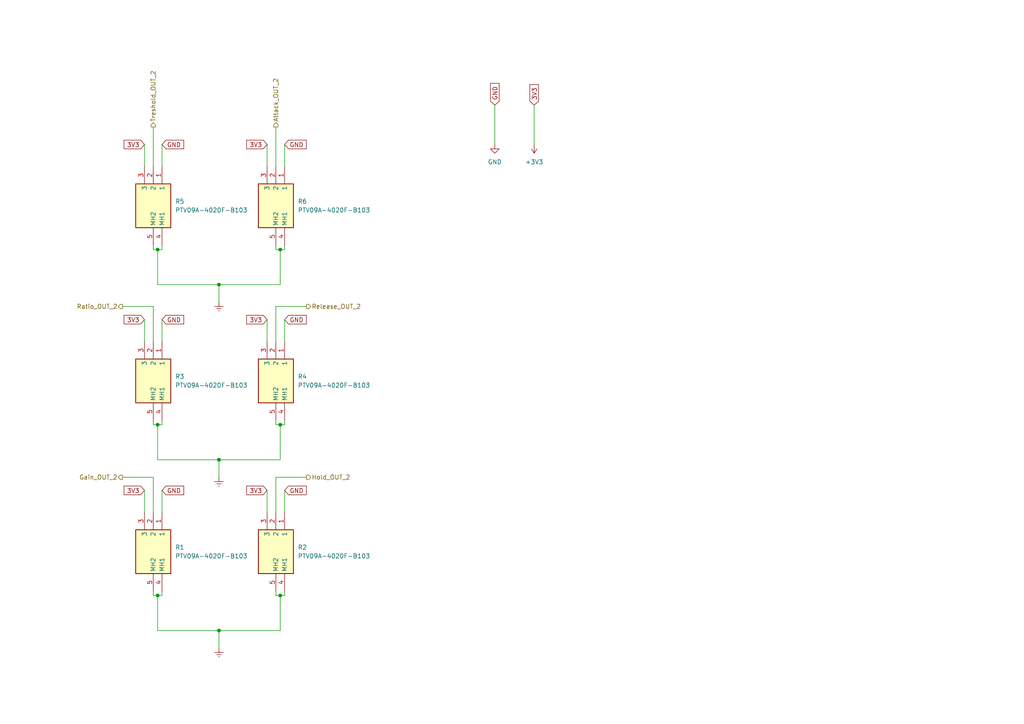
<source format=kicad_sch>
(kicad_sch (version 20230121) (generator eeschema)
  (paper "A4")
  (lib_symbols
    (symbol "PTV09A-4020F-B103:PTV09A-4020F-B103"
      (property "Reference" "R" (at 19.05 7.62 0))
      (property "Value" "PTV09A-4020F-B103" (at 19.05 5.08 0))
      (symbol "PTV09A-4020F-B103_1_1"
        (rectangle (start 5.08 2.54) (end 17.78 -7.62) (stroke (width 0.254)) (fill (type background)))
        (pin passive line (at 0 0 0) (length 5.08) (name "1") (number "1"))
        (pin passive line (at 0 -2.54 0) (length 5.08) (name "2") (number "2"))
        (pin passive line (at 0 -5.08 0) (length 5.08) (name "3") (number "3"))
        (pin passive line (at 22.86 0 180) (length 5.08) (name "MH1") (number "4"))
        (pin passive line (at 22.86 -2.54 180) (length 5.08) (name "MH2") (number "5"))
      )
    )
    (symbol "power:+3V3" (power) (pin_names (offset 0))
      (property "Value" "+3V3" (at 0 3.556 0))
      (symbol "+3V3_0_1"
        (polyline (pts (xy -0.762 1.27) (xy 0 2.54)))
        (polyline (pts (xy 0 0) (xy 0 2.54)))
        (polyline (pts (xy 0 2.54) (xy 0.762 1.27)))
      )
      (symbol "+3V3_1_1"
        (pin power_in line (at 0 0 90) (length 0) hide (name "+3V3") (number "1"))
      )
    )
    (symbol "power:Earth" (power) (pin_names (offset 0))
      (symbol "Earth_0_1"
        (polyline (pts (xy -0.635 -1.905) (xy 0.635 -1.905)))
        (polyline (pts (xy -0.127 -2.54) (xy 0.127 -2.54)))
        (polyline (pts (xy 0 -1.27) (xy 0 0)))
        (polyline (pts (xy 1.27 -1.27) (xy -1.27 -1.27)))
      )
      (symbol "Earth_1_1"
        (pin power_in line (at 0 0 270) (length 0) hide (name "Earth") (number "1"))
      )
    )
    (symbol "power:GND" (power) (pin_names (offset 0))
      (property "Value" "GND" (at 0 -3.81 0))
      (symbol "GND_0_1"
        (polyline (pts (xy 0 0) (xy 0 -1.27) (xy 1.27 -1.27) (xy 0 -2.54) (xy -1.27 -1.27) (xy 0 -1.27)))
      )
      (symbol "GND_1_1"
        (pin power_in line (at 0 0 270) (length 0) hide (name "GND") (number "1"))
      )
    )
  )
  (junction (at 63.5 82.55))
  (junction (at 45.72 123.19))
  (junction (at 81.28 172.72))
  (junction (at 81.28 123.19))
  (junction (at 45.72 172.72))
  (junction (at 45.72 72.39))
  (junction (at 63.5 182.88))
  (junction (at 81.28 72.39))
  (junction (at 63.5 133.35))
  (wire (pts (xy 41.91 142.24) (xy 41.91 148.59)))
  (wire (pts (xy 77.47 41.91) (xy 77.47 48.26)))
  (wire (pts (xy 81.28 172.72) (xy 82.55 172.72)))
  (wire (pts (xy 46.99 41.91) (xy 46.99 48.26)))
  (wire (pts (xy 41.91 92.71) (xy 41.91 99.06)))
  (wire (pts (xy 154.94 30.48) (xy 154.94 41.91)))
  (wire (pts (xy 77.47 142.24) (xy 77.47 148.59)))
  (wire (pts (xy 44.45 36.83) (xy 44.45 48.26)))
  (wire (pts (xy 44.45 138.43) (xy 35.56 138.43)))
  (wire (pts (xy 44.45 148.59) (xy 44.45 138.43)))
  (wire (pts (xy 82.55 92.71) (xy 82.55 99.06)))
  (wire (pts (xy 44.45 172.72) (xy 45.72 172.72)))
  (wire (pts (xy 44.45 171.45) (xy 44.45 172.72)))
  (wire (pts (xy 81.28 172.72) (xy 81.28 182.88)))
  (wire (pts (xy 80.01 71.12) (xy 80.01 72.39)))
  (wire (pts (xy 46.99 172.72) (xy 46.99 171.45)))
  (wire (pts (xy 63.5 133.35) (xy 81.28 133.35)))
  (wire (pts (xy 45.72 72.39) (xy 45.72 82.55)))
  (wire (pts (xy 44.45 121.92) (xy 44.45 123.19)))
  (wire (pts (xy 81.28 72.39) (xy 81.28 82.55)))
  (wire (pts (xy 63.5 82.55) (xy 45.72 82.55)))
  (wire (pts (xy 80.01 171.45) (xy 80.01 172.72)))
  (wire (pts (xy 143.51 30.48) (xy 143.51 41.91)))
  (wire (pts (xy 45.72 172.72) (xy 45.72 182.88)))
  (wire (pts (xy 81.28 72.39) (xy 82.55 72.39)))
  (wire (pts (xy 63.5 82.55) (xy 63.5 87.63)))
  (wire (pts (xy 63.5 182.88) (xy 45.72 182.88)))
  (wire (pts (xy 41.91 41.91) (xy 41.91 48.26)))
  (wire (pts (xy 80.01 72.39) (xy 81.28 72.39)))
  (wire (pts (xy 44.45 88.9) (xy 35.56 88.9)))
  (wire (pts (xy 80.01 121.92) (xy 80.01 123.19)))
  (wire (pts (xy 81.28 123.19) (xy 82.55 123.19)))
  (wire (pts (xy 45.72 123.19) (xy 45.72 133.35)))
  (wire (pts (xy 82.55 41.91) (xy 82.55 48.26)))
  (wire (pts (xy 63.5 182.88) (xy 63.5 187.96)))
  (wire (pts (xy 82.55 71.12) (xy 82.55 72.39)))
  (wire (pts (xy 80.01 172.72) (xy 81.28 172.72)))
  (wire (pts (xy 44.45 123.19) (xy 45.72 123.19)))
  (wire (pts (xy 82.55 171.45) (xy 82.55 172.72)))
  (wire (pts (xy 80.01 148.59) (xy 80.01 138.43)))
  (wire (pts (xy 82.55 121.92) (xy 82.55 123.19)))
  (wire (pts (xy 46.99 92.71) (xy 46.99 99.06)))
  (wire (pts (xy 77.47 92.71) (xy 77.47 99.06)))
  (wire (pts (xy 45.72 123.19) (xy 46.99 123.19)))
  (wire (pts (xy 80.01 138.43) (xy 88.9 138.43)))
  (wire (pts (xy 82.55 142.24) (xy 82.55 148.59)))
  (wire (pts (xy 46.99 123.19) (xy 46.99 121.92)))
  (wire (pts (xy 45.72 72.39) (xy 46.99 72.39)))
  (wire (pts (xy 46.99 142.24) (xy 46.99 148.59)))
  (wire (pts (xy 81.28 123.19) (xy 81.28 133.35)))
  (wire (pts (xy 80.01 99.06) (xy 80.01 88.9)))
  (wire (pts (xy 44.45 71.12) (xy 44.45 72.39)))
  (wire (pts (xy 80.01 123.19) (xy 81.28 123.19)))
  (wire (pts (xy 45.72 172.72) (xy 46.99 172.72)))
  (wire (pts (xy 63.5 133.35) (xy 45.72 133.35)))
  (wire (pts (xy 46.99 72.39) (xy 46.99 71.12)))
  (wire (pts (xy 44.45 72.39) (xy 45.72 72.39)))
  (wire (pts (xy 63.5 182.88) (xy 81.28 182.88)))
  (wire (pts (xy 44.45 99.06) (xy 44.45 88.9)))
  (wire (pts (xy 63.5 133.35) (xy 63.5 138.43)))
  (wire (pts (xy 80.01 88.9) (xy 88.9 88.9)))
  (wire (pts (xy 63.5 82.55) (xy 81.28 82.55)))
  (wire (pts (xy 80.01 36.83) (xy 80.01 48.26)))
  (global_label "GND" (shape input) (at 46.99 92.71 0) (property "Intersheetrefs" "${INTERSHEET_REFS}" (effects hide)))
  (global_label "GND" (shape input) (at 46.99 142.24 0) (property "Intersheetrefs" "${INTERSHEET_REFS}" (effects hide)))
  (global_label "3V3" (shape input) (at 77.47 92.71 180) (property "Intersheetrefs" "${INTERSHEET_REFS}" (effects hide)))
  (global_label "3V3" (shape input) (at 41.91 142.24 180) (property "Intersheetrefs" "${INTERSHEET_REFS}" (effects hide)))
  (global_label "GND" (shape input) (at 143.51 30.48 90) (property "Intersheetrefs" "${INTERSHEET_REFS}" (effects hide)))
  (global_label "3V3" (shape input) (at 77.47 41.91 180) (property "Intersheetrefs" "${INTERSHEET_REFS}" (effects hide)))
  (global_label "GND" (shape input) (at 82.55 41.91 0) (property "Intersheetrefs" "${INTERSHEET_REFS}" (effects hide)))
  (global_label "GND" (shape input) (at 82.55 142.24 0) (property "Intersheetrefs" "${INTERSHEET_REFS}" (effects hide)))
  (global_label "3V3" (shape input) (at 41.91 92.71 180) (property "Intersheetrefs" "${INTERSHEET_REFS}" (effects hide)))
  (global_label "GND" (shape input) (at 46.99 41.91 0) (property "Intersheetrefs" "${INTERSHEET_REFS}" (effects hide)))
  (global_label "GND" (shape input) (at 82.55 92.71 0) (property "Intersheetrefs" "${INTERSHEET_REFS}" (effects hide)))
  (global_label "3V3" (shape input) (at 77.47 142.24 180) (property "Intersheetrefs" "${INTERSHEET_REFS}" (effects hide)))
  (global_label "3V3" (shape input) (at 41.91 41.91 180) (property "Intersheetrefs" "${INTERSHEET_REFS}" (effects hide)))
  (global_label "3V3" (shape input) (at 154.94 30.48 90) (property "Intersheetrefs" "${INTERSHEET_REFS}" (effects hide)))
  (hierarchical_label "Gain_OUT_2" (shape output) (at 35.56 138.43 180))
  (hierarchical_label "Hold_OUT_2" (shape output) (at 88.9 138.43 0))
  (hierarchical_label "Attack_OUT_2" (shape output) (at 80.01 36.83 90))
  (hierarchical_label "Ratio_OUT_2" (shape output) (at 35.56 88.9 180))
  (hierarchical_label "Treshold_OUT_2" (shape output) (at 44.45 36.83 90))
  (hierarchical_label "Release_OUT_2" (shape output) (at 88.9 88.9 0))
  (symbol (lib_id "PTV09A-4020F-B103:PTV09A-4020F-B103") (at 46.99 99.06 270) (unit 1)
    (property "Reference" "R3" (at 50.8 109.22 90) (effects (justify left)))
    (property "Value" "PTV09A-4020F-B103" (at 50.8 111.76 90) (effects (justify left)))
    (property "Footprint" "PTV09A4020FB103" (effects hide))
    (property "Datasheet" "https://www.bourns.com/docs/Product-Datasheets/ptv09.pdf" (effects hide))
    (property "Height" "20" (effects hide))
    (property "Manufacturer_Name" "Bourns" (effects hide))
    (property "Manufacturer_Part_Number" "PTV09A-4020F-B103" (effects hide))
    (instances (project "Compresseur" (path "" (reference "R3") (unit 1)) (path "" (reference "R14") (unit 1)) (path "" (reference "R8") (unit 1))))
  )
  (symbol (lib_id "power:Earth") (at 63.5 187.96 0) (unit 1)
    (property "Reference" "#PWR04" (effects hide))
    (property "Value" "Earth" (effects hide))
    (instances (project "Compresseur" (path "" (reference "#PWR04") (unit 1)) (path "" (reference "#PWR013") (unit 1)) (path "" (reference "#PWR08") (unit 1))))
  )
  (symbol (lib_id "power:Earth") (at 63.5 87.63 0) (unit 1)
    (property "Reference" "#PWR03" (effects hide))
    (property "Value" "Earth" (effects hide))
    (instances (project "Compresseur" (path "" (reference "#PWR03") (unit 1)) (path "" (reference "#PWR011") (unit 1)) (path "" (reference "#PWR06") (unit 1))))
  )
  (symbol (lib_id "PTV09A-4020F-B103:PTV09A-4020F-B103") (at 46.99 48.26 270) (unit 1)
    (property "Reference" "R5" (at 50.8 58.42 90) (effects (justify left)))
    (property "Value" "PTV09A-4020F-B103" (at 50.8 60.96 90) (effects (justify left)))
    (property "Footprint" "PTV09A4020FB103" (effects hide))
    (property "Datasheet" "https://www.bourns.com/docs/Product-Datasheets/ptv09.pdf" (effects hide))
    (property "Height" "20" (effects hide))
    (property "Manufacturer_Name" "Bourns" (effects hide))
    (property "Manufacturer_Part_Number" "PTV09A-4020F-B103" (effects hide))
    (instances (project "Compresseur" (path "" (reference "R5") (unit 1)) (path "" (reference "R13") (unit 1)) (path "" (reference "R7") (unit 1))))
  )
  (symbol (lib_id "PTV09A-4020F-B103:PTV09A-4020F-B103") (at 82.55 48.26 270) (unit 1)
    (property "Reference" "R6" (at 86.36 58.42 90) (effects (justify left)))
    (property "Value" "PTV09A-4020F-B103" (at 86.36 60.96 90) (effects (justify left)))
    (property "Footprint" "PTV09A4020FB103" (effects hide))
    (property "Datasheet" "https://www.bourns.com/docs/Product-Datasheets/ptv09.pdf" (effects hide))
    (property "Height" "20" (effects hide))
    (property "Manufacturer_Name" "Bourns" (effects hide))
    (property "Manufacturer_Part_Number" "PTV09A-4020F-B103" (effects hide))
    (instances (project "Compresseur" (path "" (reference "R6") (unit 1)) (path "" (reference "R16") (unit 1)) (path "" (reference "R10") (unit 1))))
  )
  (symbol (lib_id "PTV09A-4020F-B103:PTV09A-4020F-B103") (at 82.55 148.59 270) (unit 1)
    (property "Reference" "R2" (at 86.36 158.75 90) (effects (justify left)))
    (property "Value" "PTV09A-4020F-B103" (at 86.36 161.29 90) (effects (justify left)))
    (property "Footprint" "PTV09A4020FB103" (effects hide))
    (property "Datasheet" "https://www.bourns.com/docs/Product-Datasheets/ptv09.pdf" (effects hide))
    (property "Height" "20" (effects hide))
    (property "Manufacturer_Name" "Bourns" (effects hide))
    (property "Manufacturer_Part_Number" "PTV09A-4020F-B103" (effects hide))
    (instances (project "Compresseur" (path "" (reference "R2") (unit 1)) (path "" (reference "R18") (unit 1)) (path "" (reference "R12") (unit 1))))
  )
  (symbol (lib_id "power:Earth") (at 63.5 138.43 0) (unit 1)
    (property "Reference" "#PWR02" (effects hide))
    (property "Value" "Earth" (effects hide))
    (instances (project "Compresseur" (path "" (reference "#PWR02") (unit 1)) (path "" (reference "#PWR012") (unit 1)) (path "" (reference "#PWR07") (unit 1))))
  )
  (symbol (lib_id "PTV09A-4020F-B103:PTV09A-4020F-B103") (at 46.99 148.59 270) (unit 1)
    (property "Reference" "R1" (at 50.8 158.75 90) (effects (justify left)))
    (property "Value" "PTV09A-4020F-B103" (at 50.8 161.29 90) (effects (justify left)))
    (property "Footprint" "PTV09A4020FB103" (effects hide))
    (property "Datasheet" "https://www.bourns.com/docs/Product-Datasheets/ptv09.pdf" (effects hide))
    (property "Height" "20" (effects hide))
    (property "Manufacturer_Name" "Bourns" (effects hide))
    (property "Manufacturer_Part_Number" "PTV09A-4020F-B103" (effects hide))
    (instances (project "Compresseur" (path "" (reference "R1") (unit 1)) (path "" (reference "R15") (unit 1)) (path "" (reference "R9") (unit 1))))
  )
  (symbol (lib_id "power:+3V3") (at 154.94 41.91 180) (unit 1)
    (property "Reference" "#PWR05" (effects hide))
    (property "Value" "+3V3" (at 154.94 46.99 0))
    (instances (project "Compresseur" (path "" (reference "#PWR05") (unit 1)) (path "" (reference "#PWR015") (unit 1)) (path "" (reference "#PWR010") (unit 1))))
  )
  (symbol (lib_id "PTV09A-4020F-B103:PTV09A-4020F-B103") (at 82.55 99.06 270) (unit 1)
    (property "Reference" "R4" (at 86.36 109.22 90) (effects (justify left)))
    (property "Value" "PTV09A-4020F-B103" (at 86.36 111.76 90) (effects (justify left)))
    (property "Footprint" "PTV09A4020FB103" (effects hide))
    (property "Datasheet" "https://www.bourns.com/docs/Product-Datasheets/ptv09.pdf" (effects hide))
    (property "Height" "20" (effects hide))
    (property "Manufacturer_Name" "Bourns" (effects hide))
    (property "Manufacturer_Part_Number" "PTV09A-4020F-B103" (effects hide))
    (instances (project "Compresseur" (path "" (reference "R4") (unit 1)) (path "" (reference "R17") (unit 1)) (path "" (reference "R11") (unit 1))))
  )
  (symbol (lib_id "power:GND") (at 143.51 41.91 0) (unit 1)
    (property "Reference" "#PWR01" (effects hide))
    (property "Value" "GND" (at 143.51 46.99 0))
    (instances (project "Compresseur" (path "" (reference "#PWR01") (unit 1)) (path "" (reference "#PWR014") (unit 1)) (path "" (reference "#PWR09") (unit 1))))
  )
)
</source>
